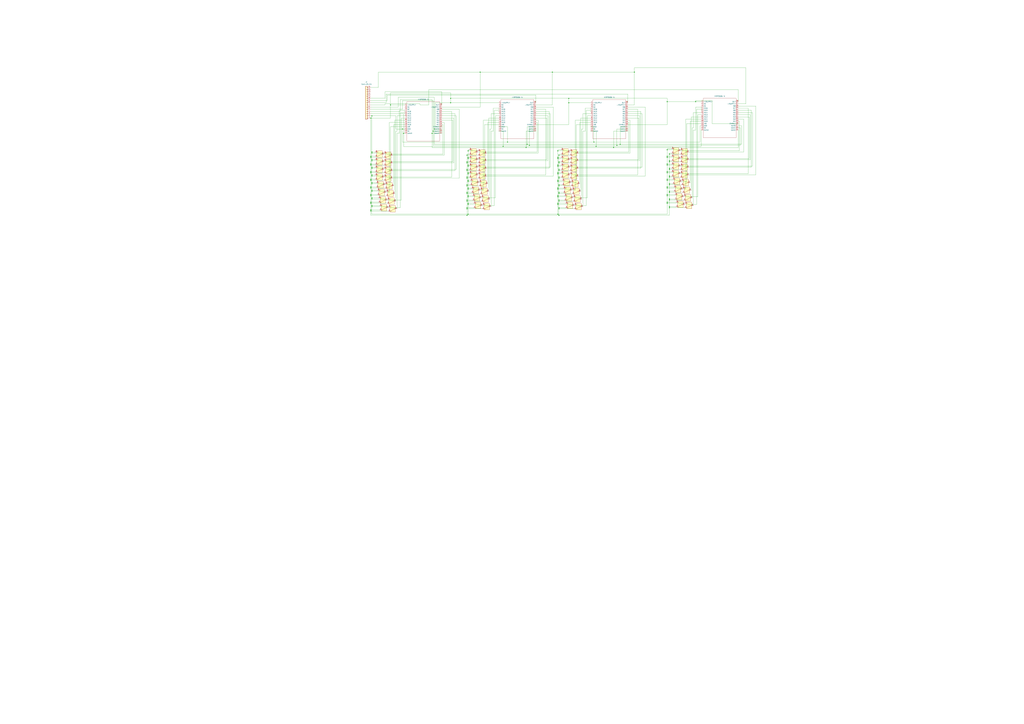
<source format=kicad_sch>
(kicad_sch (version 20250114) (generator "eeschema") (generator_version "9.0")
  (paper "A0")
  (junction (at 431.8 204.47))
  (junction (at 431.8 212.09))
  (junction (at 543.56 227.33))
  (junction (at 430.53 182.88))
  (junction (at 431.8 240.03))
  (junction (at 431.8 203.2))
  (junction (at 431.8 195.58))
  (junction (at 777.24 222.25))
  (junction (at 468.63 154.94))
  (junction (at 542.29 242.57))
  (junction (at 542.29 189.23))
  (junction (at 777.24 232.41))
  (junction (at 543.56 236.22))
  (junction (at 774.7 200.66))
  (junction (at 431.8 185.42))
  (junction (at 543.56 210.82))
  (junction (at 648.97 241.3))
  (junction (at 774.7 234.95))
  (junction (at 774.7 226.06))
  (junction (at 647.7 184.15))
  (junction (at 648.97 196.85))
  (junction (at 542.29 214.63))
  (junction (at 431.8 238.76))
  (junction (at 542.29 250.19))
  (junction (at 647.7 218.44))
  (junction (at 774.7 208.28))
  (junction (at 647.7 191.77))
  (junction (at 453.39 121.92))
  (junction (at 647.7 182.88))
  (junction (at 774.7 191.77))
  (junction (at 777.24 214.63))
  (junction (at 610.87 171.45))
  (junction (at 647.7 200.66))
  (junction (at 777.24 179.07))
  (junction (at 430.53 190.5))
  (junction (at 430.53 209.55))
  (junction (at 648.97 189.23))
  (junction (at 774.7 209.55))
  (junction (at 542.29 180.34))
  (junction (at 648.97 180.34))
  (junction (at 430.53 227.33))
  (junction (at 647.7 201.93))
  (junction (at 647.7 227.33))
  (junction (at 774.7 173.99))
  (junction (at 543.56 200.66))
  (junction (at 774.7 182.88))
  (junction (at 430.53 181.61))
  (junction (at 542.29 233.68))
  (junction (at 777.24 196.85))
  (junction (at 648.97 205.74))
  (junction (at 774.7 218.44))
  (junction (at 430.53 200.66))
  (junction (at 777.24 213.36))
  (junction (at 542.29 198.12))
  (junction (at 430.53 208.28))
  (junction (at 542.29 187.96))
  (junction (at 641.35 83.82))
  (junction (at 430.53 236.22))
  (junction (at 777.24 186.69))
  (junction (at 501.65 154.94))
  (junction (at 430.53 245.11))
  (junction (at 430.53 234.95))
  (junction (at 774.7 118.11))
  (junction (at 648.97 242.57))
  (junction (at 774.7 227.33))
  (junction (at 777.24 223.52))
  (junction (at 542.29 223.52))
  (junction (at 648.97 187.96))
  (junction (at 648.97 215.9))
  (junction (at 542.29 196.85))
  (junction (at 774.7 217.17))
  (junction (at 589.28 165.1))
  (junction (at 430.53 226.06))
  (junction (at 430.53 218.44))
  (junction (at 777.24 240.03))
  (junction (at 431.8 186.69))
  (junction (at 430.53 199.39))
  (junction (at 430.53 137.16))
  (junction (at 777.24 241.3))
  (junction (at 467.36 149.86))
  (junction (at 431.8 231.14))
  (junction (at 660.4 114.3))
  (junction (at 542.29 207.01))
  (junction (at 542.29 241.3))
  (junction (at 431.8 213.36))
  (junction (at 774.7 236.22))
  (junction (at 542.29 224.79))
  (junction (at 431.8 134.62))
  (junction (at 774.7 190.5))
  (junction (at 431.8 194.31))
  (junction (at 543.56 184.15))
  (junction (at 543.56 182.88))
  (junction (at 647.7 175.26))
  (junction (at 647.7 248.92))
  (junction (at 557.53 83.82))
  (junction (at 543.56 209.55))
  (junction (at 647.7 236.22))
  (junction (at 648.97 224.79))
  (junction (at 543.56 191.77))
  (junction (at 777.24 204.47))
  (junction (at 430.53 217.17))
  (junction (at 647.7 209.55))
  (junction (at 647.7 219.71))
  (junction (at 543.56 218.44))
  (junction (at 774.7 181.61))
  (junction (at 543.56 219.71))
  (junction (at 584.2 170.18))
  (junction (at 774.7 199.39))
  (junction (at 807.72 118.11))
  (junction (at 648.97 233.68))
  (junction (at 543.56 248.92))
  (junction (at 543.56 193.04))
  (junction (at 648.97 214.63))
  (junction (at 712.47 171.45))
  (junction (at 647.7 237.49))
  (junction (at 542.29 205.74))
  (junction (at 648.97 207.01))
  (junction (at 648.97 198.12))
  (junction (at 647.7 210.82))
  (junction (at 692.15 170.18))
  (junction (at 431.8 177.8))
  (junction (at 647.7 193.04))
  (junction (at 431.8 222.25))
  (junction (at 648.97 250.19))
  (junction (at 647.7 228.6))
  (junction (at 504.19 149.86))
  (junction (at 431.8 229.87))
  (junction (at 777.24 205.74))
  (junction (at 543.56 228.6))
  (junction (at 430.53 191.77))
  (junction (at 720.09 167.64))
  (junction (at 736.6 83.82))
  (junction (at 543.56 237.49))
  (junction (at 660.4 119.38))
  (junction (at 689.61 165.1))
  (junction (at 543.56 201.93))
  (junction (at 716.28 168.91))
  (junction (at 431.8 220.98))
  (junction (at 431.8 176.53))
  (junction (at 648.97 223.52))
  (junction (at 523.24 119.38))
  (junction (at 612.14 167.64))
  (junction (at 543.56 175.26))
  (junction (at 542.29 215.9))
  (junction (at 614.68 168.91))
  (junction (at 648.97 232.41))
  (junction (at 777.24 187.96))
  (junction (at 777.24 231.14))
  (junction (at 777.24 195.58))
  (junction (at 523.24 114.3))
  (junction (at 502.92 152.4))
  (junction (at 430.53 243.84))
  (junction (at 542.29 232.41))
  (wire (pts (xy 647.7 227.33) (xy 647.7 228.6)))
  (wire (pts (xy 774.7 200.66) (xy 774.7 208.28)))
  (wire (pts (xy 857.25 151.13) (xy 857.25 171.45)))
  (wire (pts (xy 800.1 185.42) (xy 871.22 185.42)))
  (wire (pts (xy 542.29 215.9) (xy 542.29 214.63)))
  (wire (pts (xy 712.47 171.45) (xy 857.25 171.45)))
  (wire (pts (xy 749.3 204.47) (xy 749.3 124.46)))
  (wire (pts (xy 777.24 222.25) (xy 777.24 223.52)))
  (wire (pts (xy 810.26 133.35) (xy 810.26 228.6)))
  (wire (pts (xy 431.8 204.47) (xy 431.8 212.09)))
  (wire (pts (xy 648.97 223.52) (xy 648.97 224.79)))
  (wire (pts (xy 777.24 232.41) (xy 793.75 232.41)))
  (wire (pts (xy 689.61 147.32) (xy 689.61 165.1)))
  (wire (pts (xy 676.91 240.03) (xy 676.91 152.4)))
  (wire (pts (xy 453.39 121.92) (xy 453.39 137.16)))
  (wire (pts (xy 468.63 170.18) (xy 584.2 170.18)))
  (wire (pts (xy 777.24 187.96) (xy 777.24 195.58)))
  (wire (pts (xy 716.28 149.86) (xy 716.28 168.91)))
  (wire (pts (xy 792.48 219.71) (xy 796.29 219.71)))
  (wire (pts (xy 866.14 78.74) (xy 736.6 78.74)))
  (wire (pts (xy 487.68 121.92) (xy 487.68 120.65)))
  (wire (pts (xy 430.53 190.5) (xy 430.53 191.77)))
  (wire (pts (xy 459.74 233.68) (xy 459.74 152.4)))
  (wire (pts (xy 453.39 214.63) (xy 453.39 147.32)))
  (wire (pts (xy 554.99 193.04) (xy 543.56 193.04)))
  (wire (pts (xy 449.58 116.84) (xy 430.53 116.84)))
  (wire (pts (xy 648.97 187.96) (xy 648.97 189.23)))
  (wire (pts (xy 430.53 114.3) (xy 447.04 114.3)))
  (wire (pts (xy 501.65 154.94) (xy 513.08 154.94)))
  (wire (pts (xy 666.75 238.76) (xy 680.72 238.76)))
  (wire (pts (xy 543.56 218.44) (xy 543.56 210.82)))
  (wire (pts (xy 648.97 205.74) (xy 648.97 207.01)))
  (wire (pts (xy 431.8 229.87) (xy 439.42 229.87)))
  (wire (pts (xy 543.56 193.04) (xy 543.56 200.66)))
  (wire (pts (xy 637.54 129.54) (xy 622.3 129.54)))
  (wire (pts (xy 445.77 182.88) (xy 430.53 182.88)))
  (wire (pts (xy 777.24 214.63) (xy 791.21 214.63)))
  (wire (pts (xy 543.56 218.44) (xy 543.56 219.71)))
  (wire (pts (xy 445.77 205.74) (xy 524.51 205.74)))
  (wire (pts (xy 779.78 195.58) (xy 777.24 195.58)))
  (wire (pts (xy 648.97 233.68) (xy 648.97 241.3)))
  (wire (pts (xy 789.94 200.66) (xy 774.7 200.66)))
  (wire (pts (xy 740.41 127) (xy 728.98 127)))
  (wire (pts (xy 872.49 128.27) (xy 857.25 128.27)))
  (wire (pts (xy 445.77 187.96) (xy 525.78 187.96)))
  (wire (pts (xy 660.4 114.3) (xy 774.7 114.3)))
  (wire (pts (xy 430.53 181.61) (xy 435.61 181.61)))
  (wire (pts (xy 504.19 167.64) (xy 612.14 167.64)))
  (wire (pts (xy 529.59 134.62) (xy 513.08 134.62)))
  (wire (pts (xy 777.24 231.14) (xy 777.24 232.41)))
  (wire (pts (xy 803.91 148.59) (xy 805.18 148.59)))
  (wire (pts (xy 431.8 134.62) (xy 459.74 134.62)))
  (wire (pts (xy 543.56 191.77) (xy 544.83 191.77)))
  (wire (pts (xy 568.96 149.86) (xy 570.23 149.86)))
  (wire (pts (xy 651.51 200.66) (xy 647.7 200.66)))
  (wire (pts (xy 533.4 127) (xy 513.08 127)))
  (wire (pts (xy 584.2 152.4) (xy 579.12 152.4)))
  (wire (pts (xy 648.97 232.41) (xy 648.97 233.68)))
  (wire (pts (xy 745.49 132.08) (xy 728.98 132.08)))
  (wire (pts (xy 774.7 199.39) (xy 774.7 191.77)))
  (wire (pts (xy 431.8 238.76) (xy 431.8 240.03)))
  (wire (pts (xy 801.37 140.97) (xy 814.07 140.97)))
  (wire (pts (xy 431.8 194.31) (xy 431.8 195.58)))
  (wire (pts (xy 744.22 195.58) (xy 744.22 129.54)))
  (wire (pts (xy 668.02 220.98) (xy 668.02 139.7)))
  (wire (pts (xy 647.7 237.49) (xy 666.75 237.49)))
  (wire (pts (xy 868.68 201.93) (xy 868.68 125.73)))
  (wire (pts (xy 455.93 207.01) (xy 533.4 207.01)))
  (wire (pts (xy 675.64 149.86) (xy 676.91 149.86)))
  (wire (pts (xy 430.53 127) (xy 467.36 127)))
  (wire (pts (xy 513.08 124.46) (xy 557.53 124.46)))
  (wire (pts (xy 669.29 212.09) (xy 669.29 144.78)))
  (wire (pts (xy 527.05 137.16) (xy 513.08 137.16)))
  (wire (pts (xy 612.14 167.64) (xy 612.14 147.32)))
  (wire (pts (xy 497.84 121.92) (xy 487.68 121.92)))
  (wire (pts (xy 558.8 229.87) (xy 575.31 229.87)))
  (wire (pts (xy 869.95 135.89) (xy 857.25 135.89)))
  (wire (pts (xy 542.29 179.07) (xy 544.83 179.07)))
  (wire (pts (xy 448.31 109.22) (xy 448.31 119.38)))
  (wire (pts (xy 777.24 232.41) (xy 777.24 240.03)))
  (wire (pts (xy 857.25 148.59) (xy 859.79 148.59)))
  (wire (pts (xy 674.37 222.25) (xy 674.37 137.16)))
  (wire (pts (xy 664.21 220.98) (xy 668.02 220.98)))
  (wire (pts (xy 648.97 223.52) (xy 654.05 223.52)))
  (wire (pts (xy 542.29 233.68) (xy 542.29 241.3)))
  (wire (pts (xy 448.31 223.52) (xy 452.12 223.52)))
  (wire (pts (xy 450.85 241.3) (xy 464.82 241.3)))
  (wire (pts (xy 449.58 236.22) (xy 430.53 236.22)))
  (wire (pts (xy 774.7 217.17) (xy 782.32 217.17)))
  (wire (pts (xy 777.24 187.96) (xy 789.94 187.96)))
  (wire (pts (xy 647.7 209.55) (xy 647.7 210.82)))
  (wire (pts (xy 668.02 139.7) (xy 685.8 139.7)))
  (wire (pts (xy 647.7 193.04) (xy 661.67 193.04)))
  (wire (pts (xy 810.26 133.35) (xy 814.07 133.35)))
  (wire (pts (xy 674.37 137.16) (xy 685.8 137.16)))
  (wire (pts (xy 857.25 118.11) (xy 857.25 104.14)))
  (wire (pts (xy 430.53 101.6) (xy 439.42 101.6)))
  (wire (pts (xy 579.12 128.27) (xy 579.12 129.54)))
  (wire (pts (xy 789.94 184.15) (xy 869.95 184.15)))
  (wire (pts (xy 671.83 186.69) (xy 742.95 186.69)))
  (wire (pts (xy 671.83 195.58) (xy 744.22 195.58)))
  (wire (pts (xy 542.29 180.34) (xy 554.99 180.34)))
  (wire (pts (xy 560.07 238.76) (xy 574.04 238.76)))
  (wire (pts (xy 467.36 165.1) (xy 589.28 165.1)))
  (wire (pts (xy 455.93 189.23) (xy 527.05 189.23)))
  (wire (pts (xy 464.82 115.57) (xy 501.65 115.57)))
  (wire (pts (xy 742.95 186.69) (xy 742.95 134.62)))
  (wire (pts (xy 624.84 177.8) (xy 624.84 139.7)))
  (wire (pts (xy 568.96 231.14) (xy 568.96 149.86)))
  (wire (pts (xy 445.77 179.07) (xy 514.35 179.07)))
  (wire (pts (xy 661.67 203.2) (xy 740.41 203.2)))
  (wire (pts (xy 647.7 182.88) (xy 647.7 175.26)))
  (wire (pts (xy 736.6 83.82) (xy 736.6 121.92)))
  (wire (pts (xy 826.77 116.84) (xy 807.72 116.84)))
  (wire (pts (xy 447.04 121.92) (xy 430.53 121.92)))
  (wire (pts (xy 857.25 143.51) (xy 826.77 143.51)))
  (wire (pts (xy 777.24 213.36) (xy 781.05 213.36)))
  (wire (pts (xy 648.97 242.57) (xy 666.75 242.57)))
  (wire (pts (xy 805.18 130.81) (xy 814.07 130.81)))
  (wire (pts (xy 542.29 242.57) (xy 560.07 242.57)))
  (wire (pts (xy 542.29 232.41) (xy 542.29 224.79)))
  (wire (pts (xy 857.25 146.05) (xy 861.06 146.05)))
  (wire (pts (xy 777.24 205.74) (xy 789.94 205.74)))
  (wire (pts (xy 774.7 190.5) (xy 779.78 190.5)))
  (wire (pts (xy 877.57 203.2) (xy 877.57 123.19)))
  (wire (pts (xy 777.24 186.69) (xy 779.78 186.69)))
  (wire (pts (xy 741.68 185.42) (xy 741.68 137.16)))
  (wire (pts (xy 648.97 215.9) (xy 648.97 223.52)))
  (wire (pts (xy 679.45 125.73) (xy 685.8 125.73)))
  (wire (pts (xy 557.53 220.98) (xy 561.34 220.98)))
  (wire (pts (xy 777.24 204.47) (xy 779.78 204.47)))
  (wire (pts (xy 524.51 205.74) (xy 524.51 129.54)))
  (wire (pts (xy 671.83 177.8) (xy 731.52 177.8)))
  (wire (pts (xy 800.1 203.2) (xy 877.57 203.2)))
  (wire (pts (xy 774.7 118.11) (xy 807.72 118.11)))
  (wire (pts (xy 505.46 119.38) (xy 523.24 119.38)))
  (wire (pts (xy 464.82 241.3) (xy 464.82 130.81)))
  (wire (pts (xy 774.7 218.44) (xy 774.7 226.06)))
  (wire (pts (xy 575.31 134.62) (xy 579.12 134.62)))
  (wire (pts (xy 504.19 149.86) (xy 504.19 167.64)))
  (wire (pts (xy 648.97 232.41) (xy 655.32 232.41)))
  (wire (pts (xy 774.7 181.61) (xy 779.78 181.61)))
  (wire (pts (xy 635 137.16) (xy 622.3 137.16)))
  (wire (pts (xy 774.7 199.39) (xy 779.78 199.39)))
  (wire (pts (xy 648.97 242.57) (xy 648.97 250.19)))
  (wire (pts (xy 610.87 152.4) (xy 622.3 152.4)))
  (wire (pts (xy 543.56 209.55) (xy 543.56 201.93)))
  (wire (pts (xy 430.53 227.33) (xy 430.53 234.95)))
  (wire (pts (xy 459.74 149.86) (xy 467.36 149.86)))
  (wire (pts (xy 692.15 152.4) (xy 692.15 170.18)))
  (wire (pts (xy 542.29 242.57) (xy 542.29 241.3)))
  (wire (pts (xy 464.82 129.54) (xy 464.82 115.57)))
  (wire (pts (xy 662.94 212.09) (xy 669.29 212.09)))
  (wire (pts (xy 542.29 224.79) (xy 557.53 224.79)))
  (wire (pts (xy 431.8 240.03) (xy 450.85 240.03)))
  (wire (pts (xy 648.97 215.9) (xy 662.94 215.9)))
  (wire (pts (xy 807.72 151.13) (xy 807.72 124.46)))
  (wire (pts (xy 647.7 219.71) (xy 664.21 219.71)))
  (wire (pts (xy 461.01 242.57) (xy 461.01 154.94)))
  (wire (pts (xy 774.7 144.78) (xy 728.98 144.78)))
  (wire (pts (xy 565.15 204.47) (xy 642.62 204.47)))
  (wire (pts (xy 431.8 212.09) (xy 436.88 212.09)))
  (wire (pts (xy 661.67 180.34) (xy 648.97 180.34)))
  (wire (pts (xy 669.29 144.78) (xy 685.8 144.78)))
  (wire (pts (xy 504.19 113.03) (xy 504.19 149.86)))
  (wire (pts (xy 774.7 217.17) (xy 774.7 209.55)))
  (wire (pts (xy 565.15 186.69) (xy 636.27 186.69)))
  (wire (pts (xy 542.29 205.74) (xy 544.83 205.74)))
  (wire (pts (xy 572.77 152.4) (xy 572.77 125.73)))
  (wire (pts (xy 431.8 186.69) (xy 431.8 194.31)))
  (wire (pts (xy 431.8 231.14) (xy 449.58 231.14)))
  (wire (pts (xy 445.77 191.77) (xy 430.53 191.77)))
  (wire (pts (xy 501.65 171.45) (xy 501.65 154.94)))
  (wire (pts (xy 447.04 218.44) (xy 430.53 218.44)))
  (wire (pts (xy 453.39 147.32) (xy 469.9 147.32)))
  (wire (pts (xy 523.24 114.3) (xy 660.4 114.3)))
  (wire (pts (xy 797.56 143.51) (xy 814.07 143.51)))
  (wire (pts (xy 612.14 167.64) (xy 720.09 167.64)))
  (wire (pts (xy 461.01 154.94) (xy 463.55 154.94)))
  (wire (pts (xy 647.7 218.44) (xy 654.05 218.44)))
  (wire (pts (xy 431.8 185.42) (xy 431.8 186.69)))
  (wire (pts (xy 554.99 203.2) (xy 633.73 203.2)))
  (wire (pts (xy 468.63 154.94) (xy 469.9 154.94)))
  (wire (pts (xy 463.55 128.27) (xy 469.9 128.27)))
  (wire (pts (xy 431.8 176.53) (xy 431.8 177.8)))
  (wire (pts (xy 430.53 137.16) (xy 430.53 181.61)))
  (wire (pts (xy 431.8 176.53) (xy 435.61 176.53)))
  (wire (pts (xy 660.4 119.38) (xy 685.8 119.38)))
  (wire (pts (xy 548.64 227.33) (xy 543.56 227.33)))
  (wire (pts (xy 589.28 165.1) (xy 689.61 165.1)))
  (wire (pts (xy 542.29 196.85) (xy 544.83 196.85)))
  (wire (pts (xy 777.24 204.47) (xy 777.24 205.74)))
  (wire (pts (xy 445.77 209.55) (xy 430.53 209.55)))
  (wire (pts (xy 774.7 199.39) (xy 774.7 200.66)))
  (wire (pts (xy 665.48 228.6) (xy 647.7 228.6)))
  (wire (pts (xy 797.56 210.82) (xy 797.56 143.51)))
  (wire (pts (xy 542.29 187.96) (xy 544.83 187.96)))
  (wire (pts (xy 796.29 138.43) (xy 814.07 138.43)))
  (wire (pts (xy 579.12 147.32) (xy 589.28 147.32)))
  (wire (pts (xy 543.56 201.93) (xy 554.99 201.93)))
  (wire (pts (xy 774.7 226.06) (xy 783.59 226.06)))
  (wire (pts (xy 431.8 222.25) (xy 448.31 222.25)))
  (wire (pts (xy 774.7 236.22) (xy 774.7 234.95)))
  (wire (pts (xy 567.69 222.25) (xy 567.69 137.16)))
  (wire (pts (xy 566.42 213.36) (xy 566.42 142.24)))
  (wire (pts (xy 543.56 173.99) (xy 544.83 173.99)))
  (wire (pts (xy 543.56 228.6) (xy 543.56 236.22)))
  (wire (pts (xy 447.04 120.65) (xy 447.04 121.92)))
  (wire (pts (xy 575.31 229.87) (xy 575.31 134.62)))
  (wire (pts (xy 675.64 231.14) (xy 675.64 149.86)))
  (wire (pts (xy 777.24 223.52) (xy 777.24 231.14)))
  (wire (pts (xy 635 185.42) (xy 635 137.16)))
  (wire (pts (xy 431.8 248.92) (xy 543.56 248.92)))
  (wire (pts (xy 774.7 208.28) (xy 781.05 208.28)))
  (wire (pts (xy 497.84 104.14) (xy 497.84 121.92)))
  (wire (pts (xy 543.56 191.77) (xy 543.56 184.15)))
  (wire (pts (xy 542.29 196.85) (xy 542.29 189.23)))
  (wire (pts (xy 529.59 196.85) (xy 529.59 134.62)))
  (wire (pts (xy 795.02 237.49) (xy 808.99 237.49)))
  (wire (pts (xy 858.52 175.26) (xy 858.52 140.97)))
  (wire (pts (xy 467.36 127) (xy 467.36 116.84)))
  (wire (pts (xy 430.53 234.95) (xy 439.42 234.95)))
  (wire (pts (xy 453.39 137.16) (xy 430.53 137.16)))
  (wire (pts (xy 802.64 135.89) (xy 814.07 135.89)))
  (wire (pts (xy 777.24 240.03) (xy 784.86 240.03)))
  (wire (pts (xy 614.68 149.86) (xy 622.3 149.86)))
  (wire (pts (xy 431.8 177.8) (xy 431.8 185.42)))
  (wire (pts (xy 861.06 146.05) (xy 861.06 167.64)))
  (wire (pts (xy 554.99 175.26) (xy 543.56 175.26)))
  (wire (pts (xy 774.7 114.3) (xy 774.7 118.11)))
  (wire (pts (xy 671.83 204.47) (xy 749.3 204.47)))
  (wire (pts (xy 431.8 185.42) (xy 435.61 185.42)))
  (wire (pts (xy 430.53 209.55) (xy 430.53 217.17)))
  (wire (pts (xy 430.53 129.54) (xy 464.82 129.54)))
  (wire (pts (xy 431.8 203.2) (xy 435.61 203.2)))
  (wire (pts (xy 774.7 191.77) (xy 789.94 191.77)))
  (wire (pts (xy 807.72 118.11) (xy 814.07 118.11)))
  (wire (pts (xy 584.2 170.18) (xy 692.15 170.18)))
  (wire (pts (xy 728.98 109.22) (xy 448.31 109.22)))
  (wire (pts (xy 647.7 175.26) (xy 661.67 175.26)))
  (wire (pts (xy 453.39 107.95) (xy 523.24 107.95)))
  (wire (pts (xy 873.76 130.81) (xy 857.25 130.81)))
  (wire (pts (xy 542.29 215.9) (xy 556.26 215.9)))
  (wire (pts (xy 661.67 198.12) (xy 648.97 198.12)))
  (wire (pts (xy 808.99 127) (xy 814.07 127)))
  (wire (pts (xy 807.72 116.84) (xy 807.72 118.11)))
  (wire (pts (xy 430.53 191.77) (xy 430.53 199.39)))
  (wire (pts (xy 774.7 209.55) (xy 791.21 209.55)))
  (wire (pts (xy 777.24 213.36) (xy 777.24 214.63)))
  (wire (pts (xy 542.29 214.63) (xy 542.29 207.01)))
  (wire (pts (xy 777.24 186.69) (xy 777.24 179.07)))
  (wire (pts (xy 712.47 152.4) (xy 712.47 171.45)))
  (wire (pts (xy 647.7 182.88) (xy 651.51 182.88)))
  (wire (pts (xy 777.24 214.63) (xy 777.24 222.25)))
  (wire (pts (xy 641.35 83.82) (xy 736.6 83.82)))
  (wire (pts (xy 648.97 224.79) (xy 648.97 232.41)))
  (wire (pts (xy 469.9 128.27) (xy 469.9 129.54)))
  (wire (pts (xy 774.7 182.88) (xy 789.94 182.88)))
  (wire (pts (xy 680.72 128.27) (xy 685.8 128.27)))
  (wire (pts (xy 431.8 186.69) (xy 445.77 186.69)))
  (wire (pts (xy 636.27 134.62) (xy 622.3 134.62)))
  (wire (pts (xy 777.24 222.25) (xy 782.32 222.25)))
  (wire (pts (xy 447.04 114.3) (xy 447.04 106.68)))
  (wire (pts (xy 430.53 226.06) (xy 430.53 227.33)))
  (wire (pts (xy 826.77 143.51) (xy 826.77 116.84)))
  (wire (pts (xy 445.77 196.85) (xy 529.59 196.85)))
  (wire (pts (xy 554.99 176.53) (xy 623.57 176.53)))
  (wire (pts (xy 805.18 148.59) (xy 805.18 130.81)))
  (wire (pts (xy 869.95 184.15) (xy 869.95 135.89)))
  (wire (pts (xy 515.62 142.24) (xy 513.08 142.24)))
  (wire (pts (xy 648.97 207.01) (xy 661.67 207.01)))
  (wire (pts (xy 431.8 195.58) (xy 431.8 203.2)))
  (wire (pts (xy 557.53 83.82) (xy 641.35 83.82)))
  (wire (pts (xy 774.7 227.33) (xy 774.7 226.06)))
  (wire (pts (xy 468.63 132.08) (xy 468.63 154.94)))
  (wire (pts (xy 774.7 209.55) (xy 774.7 208.28)))
  (wire (pts (xy 730.25 142.24) (xy 728.98 142.24)))
  (wire (pts (xy 543.56 210.82) (xy 556.26 210.82)))
  (wire (pts (xy 612.14 147.32) (xy 622.3 147.32)))
  (wire (pts (xy 647.7 191.77) (xy 647.7 184.15)))
  (wire (pts (xy 557.53 124.46) (xy 557.53 83.82)))
  (wire (pts (xy 647.7 209.55) (xy 652.78 209.55)))
  (wire (pts (xy 543.56 228.6) (xy 558.8 228.6)))
  (wire (pts (xy 524.51 129.54) (xy 513.08 129.54)))
  (wire (pts (xy 647.7 193.04) (xy 647.7 200.66)))
  (wire (pts (xy 430.53 243.84) (xy 440.69 243.84)))
  (wire (pts (xy 452.12 223.52) (xy 452.12 142.24)))
  (wire (pts (xy 774.7 173.99) (xy 789.94 173.99)))
  (wire (pts (xy 777.24 241.3) (xy 777.24 250.19)))
  (wire (pts (xy 623.57 176.53) (xy 623.57 142.24)))
  (wire (pts (xy 871.22 133.35) (xy 857.25 133.35)))
  (wire (pts (xy 712.47 152.4) (xy 728.98 152.4)))
  (wire (pts (xy 673.1 213.36) (xy 673.1 142.24)))
  (wire (pts (xy 430.53 199.39) (xy 435.61 199.39)))
  (wire (pts (xy 736.6 78.74) (xy 736.6 83.82)))
  (wire (pts (xy 448.31 227.33) (xy 430.53 227.33)))
  (wire (pts (xy 648.97 189.23) (xy 648.97 196.85)))
  (wire (pts (xy 802.64 220.98) (xy 802.64 135.89)))
  (wire (pts (xy 805.18 238.76) (xy 805.18 151.13)))
  (wire (pts (xy 543.56 236.22) (xy 543.56 237.49)))
  (wire (pts (xy 877.57 123.19) (xy 857.25 123.19)))
  (wire (pts (xy 431.8 177.8) (xy 445.77 177.8)))
  (wire (pts (xy 430.53 236.22) (xy 430.53 243.84)))
  (wire (pts (xy 873.76 193.04) (xy 873.76 130.81)))
  (wire (pts (xy 525.78 139.7) (xy 513.08 139.7)))
  (wire (pts (xy 543.56 227.33) (xy 543.56 228.6)))
  (wire (pts (xy 777.24 186.69) (xy 777.24 187.96)))
  (wire (pts (xy 430.53 217.17) (xy 430.53 218.44)))
  (wire (pts (xy 453.39 121.92) (xy 453.39 107.95)))
  (wire (pts (xy 814.07 124.46) (xy 814.07 125.73)))
  (wire (pts (xy 647.7 210.82) (xy 662.94 210.82)))
  (wire (pts (xy 543.56 210.82) (xy 543.56 209.55)))
  (wire (pts (xy 777.24 241.3) (xy 795.02 241.3)))
  (wire (pts (xy 542.29 232.41) (xy 542.29 233.68)))
  (wire (pts (xy 857.25 120.65) (xy 866.14 120.65)))
  (wire (pts (xy 716.28 168.91) (xy 859.79 168.91)))
  (wire (pts (xy 648.97 179.07) (xy 651.51 179.07)))
  (wire (pts (xy 533.4 207.01) (xy 533.4 127)))
  (wire (pts (xy 431.8 212.09) (xy 431.8 213.36)))
  (wire (pts (xy 430.53 243.84) (xy 430.53 245.11)))
  (wire (pts (xy 647.7 218.44) (xy 647.7 219.71)))
  (wire (pts (xy 431.8 229.87) (xy 431.8 231.14)))
  (wire (pts (xy 801.37 212.09) (xy 801.37 140.97)))
  (wire (pts (xy 513.08 106.68) (xy 447.04 106.68)))
  (wire (pts (xy 633.73 203.2) (xy 633.73 127)))
  (wire (pts (xy 610.87 152.4) (xy 610.87 171.45)))
  (wire (pts (xy 431.8 240.03) (xy 431.8 248.92)))
  (wire (pts (xy 774.7 173.99) (xy 774.7 172.72)))
  (wire (pts (xy 448.31 119.38) (xy 430.53 119.38)))
  (wire (pts (xy 777.24 179.07) (xy 777.24 177.8)))
  (wire (pts (xy 638.81 132.08) (xy 622.3 132.08)))
  (wire (pts (xy 648.97 250.19) (xy 777.24 250.19)))
  (wire (pts (xy 648.97 205.74) (xy 651.51 205.74)))
  (wire (pts (xy 647.7 191.77) (xy 651.51 191.77)))
  (wire (pts (xy 648.97 196.85) (xy 648.97 198.12)))
  (wire (pts (xy 730.25 176.53) (xy 730.25 142.24)))
  (wire (pts (xy 527.05 189.23) (xy 527.05 137.16)))
  (wire (pts (xy 800.1 194.31) (xy 872.49 194.31)))
  (wire (pts (xy 731.52 177.8) (xy 731.52 139.7)))
  (wire (pts (xy 463.55 154.94) (xy 463.55 128.27)))
  (wire (pts (xy 449.58 232.41) (xy 466.09 232.41)))
  (wire (pts (xy 430.53 190.5) (xy 435.61 190.5)))
  (wire (pts (xy 774.7 190.5) (xy 774.7 182.88)))
  (wire (pts (xy 774.7 172.72) (xy 779.78 172.72)))
  (wire (pts (xy 430.53 250.19) (xy 542.29 250.19)))
  (wire (pts (xy 774.7 191.77) (xy 774.7 190.5)))
  (wire (pts (xy 542.29 207.01) (xy 554.99 207.01)))
  (wire (pts (xy 543.56 175.26) (xy 543.56 182.88)))
  (wire (pts (xy 661.67 185.42) (xy 741.68 185.42)))
  (wire (pts (xy 542.29 223.52) (xy 542.29 215.9)))
  (wire (pts (xy 430.53 182.88) (xy 430.53 190.5)))
  (wire (pts (xy 574.04 128.27) (xy 579.12 128.27)))
  (wire (pts (xy 561.34 220.98) (xy 561.34 139.7)))
  (wire (pts (xy 505.46 119.38) (xy 505.46 147.32)))
  (wire (pts (xy 445.77 200.66) (xy 430.53 200.66)))
  (wire (pts (xy 542.29 232.41) (xy 548.64 232.41)))
  (wire (pts (xy 647.7 236.22) (xy 656.59 236.22)))
  (wire (pts (xy 749.3 124.46) (xy 728.98 124.46)))
  (wire (pts (xy 431.8 204.47) (xy 445.77 204.47)))
  (wire (pts (xy 673.1 142.24) (xy 685.8 142.24)))
  (wire (pts (xy 777.24 177.8) (xy 779.78 177.8)))
  (wire (pts (xy 660.4 144.78) (xy 660.4 119.38)))
  (wire (pts (xy 648.97 241.3) (xy 648.97 242.57)))
  (wire (pts (xy 647.7 237.49) (xy 647.7 248.92)))
  (wire (pts (xy 648.97 233.68) (xy 665.48 233.68)))
  (wire (pts (xy 647.7 191.77) (xy 647.7 193.04)))
  (wire (pts (xy 648.97 179.07) (xy 648.97 180.34)))
  (wire (pts (xy 789.94 175.26) (xy 858.52 175.26)))
  (wire (pts (xy 871.22 185.42) (xy 871.22 133.35)))
  (wire (pts (xy 647.7 236.22) (xy 647.7 237.49)))
  (wire (pts (xy 542.29 214.63) (xy 546.1 214.63)))
  (wire (pts (xy 624.84 139.7) (xy 622.3 139.7)))
  (wire (pts (xy 542.29 180.34) (xy 542.29 179.07)))
  (wire (pts (xy 803.91 229.87) (xy 803.91 148.59)))
  (wire (pts (xy 542.29 189.23) (xy 542.29 187.96)))
  (wire (pts (xy 447.04 214.63) (xy 453.39 214.63)))
  (wire (pts (xy 452.12 142.24) (xy 469.9 142.24)))
  (wire (pts (xy 431.8 213.36) (xy 447.04 213.36)))
  (wire (pts (xy 742.95 134.62) (xy 728.98 134.62)))
  (wire (pts (xy 814.07 151.13) (xy 814.07 170.18)))
  (wire (pts (xy 792.48 218.44) (xy 774.7 218.44)))
  (wire (pts (xy 431.8 220.98) (xy 438.15 220.98)))
  (wire (pts (xy 439.42 83.82) (xy 557.53 83.82)))
  (wire (pts (xy 777.24 195.58) (xy 777.24 196.85)))
  (wire (pts (xy 774.7 118.11) (xy 774.7 144.78)))
  (wire (pts (xy 431.8 222.25) (xy 431.8 229.87)))
  (wire (pts (xy 542.29 224.79) (xy 542.29 223.52)))
  (wire (pts (xy 812.8 165.1) (xy 689.61 165.1)))
  (wire (pts (xy 857.25 104.14) (xy 497.84 104.14)))
  (wire (pts (xy 745.49 194.31) (xy 745.49 132.08)))
  (wire (pts (xy 647.7 248.92) (xy 774.7 248.92)))
  (wire (pts (xy 610.87 171.45) (xy 501.65 171.45)))
  (wire (pts (xy 528.32 198.12) (xy 528.32 132.08)))
  (wire (pts (xy 648.97 180.34) (xy 648.97 187.96)))
  (wire (pts (xy 807.72 124.46) (xy 814.07 124.46)))
  (wire (pts (xy 647.7 210.82) (xy 647.7 218.44)))
  (wire (pts (xy 647.7 201.93) (xy 661.67 201.93)))
  (wire (pts (xy 431.8 203.2) (xy 431.8 204.47)))
  (wire (pts (xy 558.8 233.68) (xy 542.29 233.68)))
  (wire (pts (xy 523.24 114.3) (xy 523.24 119.38)))
  (wire (pts (xy 543.56 237.49) (xy 560.07 237.49)))
  (wire (pts (xy 637.54 195.58) (xy 637.54 129.54)))
  (wire (pts (xy 774.7 217.17) (xy 774.7 218.44)))
  (wire (pts (xy 468.63 154.94) (xy 468.63 170.18)))
  (wire (pts (xy 449.58 110.49) (xy 449.58 116.84)))
  (wire (pts (xy 431.8 194.31) (xy 435.61 194.31)))
  (wire (pts (xy 647.7 227.33) (xy 655.32 227.33)))
  (wire (pts (xy 430.53 132.08) (xy 468.63 132.08)))
  (wire (pts (xy 461.01 152.4) (xy 461.01 134.62)))
  (wire (pts (xy 774.7 234.95) (xy 774.7 227.33)))
  (wire (pts (xy 647.7 228.6) (xy 647.7 236.22)))
  (wire (pts (xy 789.94 201.93) (xy 868.68 201.93)))
  (wire (pts (xy 814.07 127) (xy 814.07 128.27)))
  (wire (pts (xy 466.09 232.41) (xy 466.09 137.16)))
  (wire (pts (xy 866.14 120.65) (xy 866.14 78.74)))
  (wire (pts (xy 633.73 127) (xy 622.3 127)))
  (wire (pts (xy 457.2 215.9) (xy 457.2 144.78)))
  (wire (pts (xy 736.6 121.92) (xy 728.98 121.92)))
  (wire (pts (xy 469.9 130.81) (xy 469.9 132.08)))
  (wire (pts (xy 614.68 168.91) (xy 614.68 149.86)))
  (wire (pts (xy 543.56 184.15) (xy 554.99 184.15)))
  (wire (pts (xy 543.56 184.15) (xy 543.56 182.88)))
  (wire (pts (xy 542.29 205.74) (xy 542.29 198.12)))
  (wire (pts (xy 720.09 167.64) (xy 861.06 167.64)))
  (wire (pts (xy 562.61 144.78) (xy 579.12 144.78)))
  (wire (pts (xy 514.35 144.78) (xy 513.08 144.78)))
  (wire (pts (xy 565.15 177.8) (xy 624.84 177.8)))
  (wire (pts (xy 661.67 176.53) (xy 730.25 176.53)))
  (wire (pts (xy 543.56 191.77) (xy 543.56 193.04)))
  (wire (pts (xy 685.8 147.32) (xy 689.61 147.32)))
  (wire (pts (xy 570.23 240.03) (xy 570.23 152.4)))
  (wire (pts (xy 791.21 210.82) (xy 797.56 210.82)))
  (wire (pts (xy 648.97 207.01) (xy 648.97 214.63)))
  (wire (pts (xy 430.53 218.44) (xy 430.53 226.06)))
  (wire (pts (xy 648.97 214.63) (xy 652.78 214.63)))
  (wire (pts (xy 622.3 121.92) (xy 641.35 121.92)))
  (wire (pts (xy 501.65 115.57) (xy 501.65 154.94)))
  (wire (pts (xy 431.8 231.14) (xy 431.8 238.76)))
  (wire (pts (xy 579.12 125.73) (xy 579.12 127)))
  (wire (pts (xy 648.97 196.85) (xy 651.51 196.85)))
  (wire (pts (xy 647.7 219.71) (xy 647.7 227.33)))
  (wire (pts (xy 741.68 137.16) (xy 728.98 137.16)))
  (wire (pts (xy 556.26 212.09) (xy 562.61 212.09)))
  (wire (pts (xy 562.61 212.09) (xy 562.61 144.78)))
  (wire (pts (xy 681.99 229.87) (xy 681.99 134.62)))
  (wire (pts (xy 808.99 237.49) (xy 808.99 127)))
  (wire (pts (xy 554.99 185.42) (xy 635 185.42)))
  (wire (pts (xy 450.85 245.11) (xy 430.53 245.11)))
  (wire (pts (xy 681.99 134.62) (xy 685.8 134.62)))
  (wire (pts (xy 777.24 196.85) (xy 777.24 204.47)))
  (wire (pts (xy 462.28 113.03) (xy 504.19 113.03)))
  (wire (pts (xy 487.68 120.65) (xy 447.04 120.65)))
  (wire (pts (xy 648.97 241.3) (xy 656.59 241.3)))
  (wire (pts (xy 543.56 182.88) (xy 544.83 182.88)))
  (wire (pts (xy 542.29 187.96) (xy 542.29 180.34)))
  (wire (pts (xy 777.24 196.85) (xy 789.94 196.85)))
  (wire (pts (xy 513.08 121.92) (xy 513.08 106.68)))
  (wire (pts (xy 543.56 173.99) (xy 543.56 175.26)))
  (wire (pts (xy 462.28 124.46) (xy 462.28 113.03)))
  (wire (pts (xy 430.53 208.28) (xy 430.53 209.55)))
  (wire (pts (xy 647.7 184.15) (xy 647.7 182.88)))
  (wire (pts (xy 647.7 184.15) (xy 661.67 184.15)))
  (wire (pts (xy 648.97 214.63) (xy 648.97 215.9)))
  (wire (pts (xy 525.78 187.96) (xy 525.78 139.7)))
  (wire (pts (xy 777.24 179.07) (xy 789.94 179.07)))
  (wire (pts (xy 523.24 119.38) (xy 579.12 119.38)))
  (wire (pts (xy 515.62 180.34) (xy 515.62 142.24)))
  (wire (pts (xy 570.23 149.86) (xy 570.23 132.08)))
  (wire (pts (xy 740.41 203.2) (xy 740.41 127)))
  (wire (pts (xy 774.7 182.88) (xy 774.7 181.61)))
  (wire (pts (xy 857.25 138.43) (xy 863.6 138.43)))
  (wire (pts (xy 523.24 107.95) (xy 523.24 114.3)))
  (wire (pts (xy 648.97 187.96) (xy 651.51 187.96)))
  (wire (pts (xy 431.8 134.62) (xy 431.8 176.53)))
  (wire (pts (xy 565.15 195.58) (xy 637.54 195.58)))
  (wire (pts (xy 676.91 149.86) (xy 676.91 132.08)))
  (wire (pts (xy 514.35 179.07) (xy 514.35 144.78)))
  (wire (pts (xy 430.53 181.61) (xy 430.53 182.88)))
  (wire (pts (xy 692.15 170.18) (xy 814.07 170.18)))
  (wire (pts (xy 863.6 176.53) (xy 863.6 138.43)))
  (wire (pts (xy 642.62 124.46) (xy 622.3 124.46)))
  (wire (pts (xy 805.18 151.13) (xy 807.72 151.13)))
  (wire (pts (xy 430.53 124.46) (xy 462.28 124.46)))
  (wire (pts (xy 469.9 121.92) (xy 453.39 121.92)))
  (wire (pts (xy 692.15 152.4) (xy 685.8 152.4)))
  (wire (pts (xy 542.29 198.12) (xy 554.99 198.12)))
  (wire (pts (xy 774.7 248.92) (xy 774.7 236.22)))
  (wire (pts (xy 812.8 146.05) (xy 812.8 165.1)))
  (wire (pts (xy 459.74 152.4) (xy 461.01 152.4)))
  (wire (pts (xy 636.27 186.69) (xy 636.27 134.62)))
  (wire (pts (xy 622.3 144.78) (xy 660.4 144.78)))
  (wire (pts (xy 648.97 198.12) (xy 648.97 205.74)))
  (wire (pts (xy 574.04 238.76) (xy 574.04 128.27)))
  (wire (pts (xy 431.8 195.58) (xy 445.77 195.58)))
  (wire (pts (xy 728.98 147.32) (xy 720.09 147.32)))
  (wire (pts (xy 543.56 219.71) (xy 557.53 219.71)))
  (wire (pts (xy 610.87 171.45) (xy 712.47 171.45)))
  (wire (pts (xy 430.53 199.39) (xy 430.53 200.66)))
  (wire (pts (xy 647.7 200.66) (xy 647.7 201.93)))
  (wire (pts (xy 872.49 194.31) (xy 872.49 128.27)))
  (wire (pts (xy 679.45 152.4) (xy 679.45 125.73)))
  (wire (pts (xy 543.56 248.92) (xy 647.7 248.92)))
  (wire (pts (xy 543.56 218.44) (xy 547.37 218.44)))
  (wire (pts (xy 542.29 250.19) (xy 542.29 242.57)))
  (wire (pts (xy 572.77 125.73) (xy 579.12 125.73)))
  (wire (pts (xy 676.91 152.4) (xy 679.45 152.4)))
  (wire (pts (xy 680.72 238.76) (xy 680.72 128.27)))
  (wire (pts (xy 774.7 236.22) (xy 795.02 236.22)))
  (wire (pts (xy 542.29 207.01) (xy 542.29 205.74)))
  (wire (pts (xy 430.53 200.66) (xy 430.53 208.28)))
  (wire (pts (xy 528.32 132.08) (xy 513.08 132.08)))
  (wire (pts (xy 660.4 119.38) (xy 660.4 114.3)))
  (wire (pts (xy 777.24 231.14) (xy 783.59 231.14)))
  (wire (pts (xy 455.93 180.34) (xy 515.62 180.34)))
  (wire (pts (xy 430.53 208.28) (xy 435.61 208.28)))
  (wire (pts (xy 622.3 119.38) (xy 622.3 110.49)))
  (wire (pts (xy 777.24 240.03) (xy 777.24 241.3)))
  (wire (pts (xy 504.19 149.86) (xy 513.08 149.86)))
  (wire (pts (xy 584.2 170.18) (xy 584.2 152.4)))
  (wire (pts (xy 430.53 234.95) (xy 430.53 236.22)))
  (wire (pts (xy 685.8 125.73) (xy 685.8 127)))
  (wire (pts (xy 858.52 140.97) (xy 857.25 140.97)))
  (wire (pts (xy 502.92 168.91) (xy 614.68 168.91)))
  (wire (pts (xy 641.35 121.92) (xy 641.35 83.82)))
  (wire (pts (xy 614.68 168.91) (xy 716.28 168.91)))
  (wire (pts (xy 430.53 226.06) (xy 438.15 226.06)))
  (wire (pts (xy 543.56 209.55) (xy 546.1 209.55)))
  (wire (pts (xy 777.24 205.74) (xy 777.24 213.36)))
  (wire (pts (xy 789.94 193.04) (xy 873.76 193.04)))
  (wire (pts (xy 431.8 220.98) (xy 431.8 222.25)))
  (wire (pts (xy 642.62 204.47) (xy 642.62 124.46)))
  (wire (pts (xy 647.7 201.93) (xy 647.7 209.55)))
  (wire (pts (xy 542.29 241.3) (xy 549.91 241.3)))
  (wire (pts (xy 542.29 198.12) (xy 542.29 196.85)))
  (wire (pts (xy 774.7 181.61) (xy 774.7 173.99)))
  (wire (pts (xy 720.09 147.32) (xy 720.09 167.64)))
  (wire (pts (xy 728.98 149.86) (xy 716.28 149.86)))
  (wire (pts (xy 665.48 229.87) (xy 681.99 229.87)))
  (wire (pts (xy 638.81 194.31) (xy 638.81 132.08)))
  (wire (pts (xy 542.29 250.19) (xy 648.97 250.19)))
  (wire (pts (xy 567.69 137.16) (xy 579.12 137.16)))
  (wire (pts (xy 800.1 176.53) (xy 863.6 176.53)))
  (wire (pts (xy 648.97 189.23) (xy 661.67 189.23)))
  (wire (pts (xy 458.47 139.7) (xy 469.9 139.7)))
  (wire (pts (xy 543.56 200.66) (xy 544.83 200.66)))
  (wire (pts (xy 744.22 129.54) (xy 728.98 129.54)))
  (wire (pts (xy 793.75 228.6) (xy 810.26 228.6)))
  (wire (pts (xy 431.8 238.76) (xy 440.69 238.76)))
  (wire (pts (xy 466.09 137.16) (xy 469.9 137.16)))
  (wire (pts (xy 455.93 198.12) (xy 528.32 198.12)))
  (wire (pts (xy 431.8 213.36) (xy 431.8 220.98)))
  (wire (pts (xy 467.36 149.86) (xy 469.9 149.86)))
  (wire (pts (xy 664.21 224.79) (xy 648.97 224.79)))
  (wire (pts (xy 589.28 147.32) (xy 589.28 165.1)))
  (wire (pts (xy 439.42 101.6) (xy 439.42 83.82)))
  (wire (pts (xy 859.79 148.59) (xy 859.79 168.91)))
  (wire (pts (xy 647.7 173.99) (xy 651.51 173.99)))
  (wire (pts (xy 543.56 237.49) (xy 543.56 248.92)))
  (wire (pts (xy 566.42 142.24) (xy 579.12 142.24)))
  (wire (pts (xy 561.34 139.7) (xy 579.12 139.7)))
  (wire (pts (xy 461.01 134.62) (xy 469.9 134.62)))
  (wire (pts (xy 570.23 132.08) (xy 579.12 132.08)))
  (wire (pts (xy 814.07 146.05) (xy 812.8 146.05)))
  (wire (pts (xy 430.53 245.11) (xy 430.53 250.19)))
  (wire (pts (xy 502.92 152.4) (xy 513.08 152.4)))
  (wire (pts (xy 543.56 219.71) (xy 543.56 227.33)))
  (wire (pts (xy 542.29 189.23) (xy 554.99 189.23)))
  (wire (pts (xy 774.7 234.95) (xy 784.86 234.95)))
  (wire (pts (xy 543.56 201.93) (xy 543.56 200.66)))
  (wire (pts (xy 570.23 152.4) (xy 572.77 152.4)))
  (wire (pts (xy 502.92 116.84) (xy 502.92 152.4)))
  (wire (pts (xy 777.24 223.52) (xy 792.48 223.52)))
  (wire (pts (xy 467.36 165.1) (xy 467.36 149.86)))
  (wire (pts (xy 623.57 142.24) (xy 622.3 142.24)))
  (wire (pts (xy 505.46 147.32) (xy 513.08 147.32)))
  (wire (pts (xy 542.29 223.52) (xy 547.37 223.52)))
  (wire (pts (xy 728.98 119.38) (xy 728.98 109.22)))
  (wire (pts (xy 467.36 116.84) (xy 502.92 116.84)))
  (wire (pts (xy 622.3 110.49) (xy 449.58 110.49)))
  (wire (pts (xy 502.92 152.4) (xy 502.92 168.91)))
  (wire (pts (xy 661.67 194.31) (xy 745.49 194.31)))
  (wire (pts (xy 685.8 128.27) (xy 685.8 129.54)))
  (wire (pts (xy 796.29 219.71) (xy 796.29 138.43)))
  (wire (pts (xy 459.74 134.62) (xy 459.74 149.86)))
  (wire (pts (xy 457.2 144.78) (xy 469.9 144.78)))
  (wire (pts (xy 543.56 236.22) (xy 549.91 236.22)))
  (wire (pts (xy 458.47 224.79) (xy 458.47 139.7)))
  (wire (pts (xy 554.99 194.31) (xy 638.81 194.31)))
  (wire (pts (xy 647.7 175.26) (xy 647.7 173.99)))
  (wire (pts (xy 868.68 125.73) (xy 857.25 125.73)))
  (wire (pts (xy 430.53 217.17) (xy 436.88 217.17)))
  (wire (pts (xy 774.7 227.33) (xy 793.75 227.33)))
  (wire (pts (xy 430.53 134.62) (xy 431.8 134.62)))
  (wire (pts (xy 464.82 130.81) (xy 469.9 130.81)))
  (wire (pts (xy 731.52 139.7) (xy 728.98 139.7)))
  (wire (pts (xy 676.91 132.08) (xy 685.8 132.08)))
  (symbol (lib_name "SW_SPDT_2") (lib_id "Switch:SW_SPDT") (at 441.96 214.63 180) (unit 1)
    (property "Reference" "v_dg0_a8" (effects (hide yes)))
    (property "Value" "SW_SPDT" (effects (hide yes)))
    (property "Footprint" "SPDT:SW-TH_100SP1T1B1M2QEH" (effects (hide yes)))
    (property "Description" "Switch, single pole double throw" (effects (hide yes)))
  )
  (symbol (lib_name "SW_SPDT_2") (lib_id "Switch:SW_SPDT") (at 789.94 237.49 180) (unit 1)
    (property "Reference" "v_dg0_a55" (effects (hide yes)))
    (property "Value" "SW_SPDT" (effects (hide yes)))
    (property "Footprint" "SPDT:SW-TH_100SP1T1B1M2QEH" (effects (hide yes)))
    (property "Description" "Switch, single pole double throw" (effects (hide yes)))
  )
  (symbol (lib_name "SW_SPDT_2") (lib_id "Switch:SW_SPDT") (at 452.12 215.9 180) (unit 1)
    (property "Reference" "v_dg0_a12" (effects (hide yes)))
    (property "Value" "SW_SPDT" (effects (hide yes)))
    (property "Footprint" "SPDT:SW-TH_100SP1T1B1M2QEH" (effects (hide yes)))
    (property "Description" "Switch, single pole double throw" (effects (hide yes)))
  )
  (symbol (lib_name "SW_SPDT_2") (lib_id "Switch:SW_SPDT") (at 661.67 238.76 180) (unit 1)
    (property "Reference" "v_dg0_a39" (effects (hide yes)))
    (property "Value" "SW_SPDT" (effects (hide yes)))
    (property "Footprint" "SPDT:SW-TH_100SP1T1B1M2QEH" (effects (hide yes)))
    (property "Description" "Switch, single pole double throw" (effects (hide yes)))
  )
  (symbol (lib_name "SW_SPDT_2") (lib_id "Switch:SW_SPDT") (at 788.67 228.6 180) (unit 1)
    (property "Reference" "v_dg0_a54" (effects (hide yes)))
    (property "Value" "SW_SPDT" (effects (hide yes)))
    (property "Footprint" "SPDT:SW-TH_100SP1T1B1M2QEH" (effects (hide yes)))
    (property "Description" "Switch, single pole double throw" (effects (hide yes)))
  )
  (symbol (lib_name "SW_SPDT_2") (lib_id "Switch:SW_SPDT") (at 440.69 187.96 180) (unit 1)
    (property "Reference" "v_dg0_a2" (effects (hide yes)))
    (property "Value" "SW_SPDT" (effects (hide yes)))
    (property "Footprint" "SPDT:SW-TH_100SP1T1B1M2QEH" (effects (hide yes)))
    (property "Description" "Switch, single pole double throw" (effects (hide yes)))
  )
  (symbol (lib_name "SW_SPDT_2") (lib_id "Switch:SW_SPDT") (at 660.4 229.87 180) (unit 1)
    (property "Reference" "v_dg0_a38" (effects (hide yes)))
    (property "Value" "SW_SPDT" (effects (hide yes)))
    (property "Footprint" "SPDT:SW-TH_100SP1T1B1M2QEH" (effects (hide yes)))
    (property "Description" "Switch, single pole double throw" (effects (hide yes)))
  )
  (symbol (lib_name "SW_SPDT_2") (lib_id "Switch:SW_SPDT") (at 450.85 198.12 180) (unit 1)
    (property "Reference" "v_dg0_a6" (effects (hide yes)))
    (property "Value" "SW_SPDT" (effects (hide yes)))
    (property "Footprint" "SPDT:SW-TH_100SP1T1B1M2QEH" (effects (hide yes)))
    (property "Description" "Switch, single pole double throw" (effects (hide yes)))
  )
  (symbol (lib_name "SW_SPDT_2") (lib_id "Switch:SW_SPDT") (at 666.75 204.47 180) (unit 1)
    (property "Reference" "v_dg0_a43" (effects (hide yes)))
    (property "Value" "SW_SPDT" (effects (hide yes)))
    (property "Footprint" "SPDT:SW-TH_100SP1T1B1M2QEH" (effects (hide yes)))
    (property "Description" "Switch, single pole double throw" (effects (hide yes)))
  )
  (symbol (lib_name "SW_SPDT_2") (lib_id "Switch:SW_SPDT") (at 666.75 177.8 180) (unit 1)
    (property "Reference" "v_dg0_a40" (effects (hide yes)))
    (property "Value" "SW_SPDT" (effects (hide yes)))
    (property "Footprint" "SPDT:SW-TH_100SP1T1B1M2QEH" (effects (hide yes)))
    (property "Description" "Switch, single pole double throw" (effects (hide yes)))
  )
  (symbol (lib_name "SW_SPDT_2") (lib_id "Switch:SW_SPDT") (at 445.77 241.3 180) (unit 1)
    (property "Reference" "v_dg0_a11" (effects (hide yes)))
    (property "Value" "SW_SPDT" (effects (hide yes)))
    (property "Footprint" "SPDT:SW-TH_100SP1T1B1M2QEH" (effects (hide yes)))
    (property "Description" "Switch, single pole double throw" (effects (hide yes)))
  )
  (symbol (lib_name "SW_SPDT_2") (lib_id "Switch:SW_SPDT") (at 795.02 203.2 180) (unit 1)
    (property "Reference" "v_dg0_a59" (effects (hide yes)))
    (property "Value" "SW_SPDT" (effects (hide yes)))
    (property "Footprint" "SPDT:SW-TH_100SP1T1B1M2QEH" (effects (hide yes)))
    (property "Description" "Switch, single pole double throw" (effects (hide yes)))
  )
  (symbol (lib_name "SW_SPDT_2") (lib_id "Switch:SW_SPDT") (at 560.07 204.47 180) (unit 1)
    (property "Reference" "v_dg0_a27" (effects (hide yes)))
    (property "Value" "SW_SPDT" (effects (hide yes)))
    (property "Footprint" "SPDT:SW-TH_100SP1T1B1M2QEH" (effects (hide yes)))
    (property "Description" "Switch, single pole double throw" (effects (hide yes)))
  )
  (symbol (lib_name "SW_SPDT_2") (lib_id "Switch:SW_SPDT") (at 450.85 189.23 180) (unit 1)
    (property "Reference" "v_dg0_a3" (effects (hide yes)))
    (property "Value" "SW_SPDT" (effects (hide yes)))
    (property "Footprint" "SPDT:SW-TH_100SP1T1B1M2QEH" (effects (hide yes)))
    (property "Description" "Switch, single pole double throw" (effects (hide yes)))
  )
  (symbol (lib_name "SW_SPDT_2") (lib_id "Switch:SW_SPDT") (at 656.59 176.53 180) (unit 1)
    (property "Reference" "v_dg0_a32" (effects (hide yes)))
    (property "Value" "SW_SPDT" (effects (hide yes)))
    (property "Footprint" "SPDT:SW-TH_100SP1T1B1M2QEH" (effects (hide yes)))
    (property "Description" "Switch, single pole double throw" (effects (hide yes)))
  )
  (symbol (lib_name "SW_SPDT_2") (lib_id "Switch:SW_SPDT") (at 440.69 179.07 180) (unit 1)
    (property "Reference" "v_dg0_a0" (effects (hide yes)))
    (property "Value" "SW_SPDT" (effects (hide yes)))
    (property "Footprint" "SPDT:SW-TH_100SP1T1B1M2QEH" (effects (hide yes)))
    (property "Description" "Switch, single pole double throw" (effects (hide yes)))
  )
  (symbol (lib_id "16Multiplex:16cMUX") (at 491.49 140.97 0) (unit 1)
    (property "Reference" "U3" (effects (hide yes)))
    (property "Value" "HI9P0506-5" (at 491.49 115.57 0))
    (property "Footprint" "16bitReg:SOIC-28_L17.9-W7.5-P1.27-LS10.3-BL" (effects (hide yes)))
  )
  (symbol (lib_name "SW_SPDT_2") (lib_id "Switch:SW_SPDT") (at 560.07 195.58 180) (unit 1)
    (property "Reference" "v_dg0_a26" (effects (hide yes)))
    (property "Value" "SW_SPDT" (effects (hide yes)))
    (property "Footprint" "SPDT:SW-TH_100SP1T1B1M2QEH" (effects (hide yes)))
    (property "Description" "Switch, single pole double throw" (effects (hide yes)))
  )
  (symbol (lib_name "SW_SPDT_2") (lib_id "Switch:SW_SPDT") (at 786.13 210.82 180) (unit 1)
    (property "Reference" "v_dg0_a52" (effects (hide yes)))
    (property "Value" "SW_SPDT" (effects (hide yes)))
    (property "Footprint" "SPDT:SW-TH_100SP1T1B1M2QEH" (effects (hide yes)))
    (property "Description" "Switch, single pole double throw" (effects (hide yes)))
  )
  (symbol (lib_id "16Multiplex:16cMUX") (at 835.66 137.16 0) (unit 1)
    (property "Reference" "U6" (effects (hide yes)))
    (property "Value" "HI9P0506-5" (at 835.66 111.76 0))
    (property "Footprint" "16bitReg:SOIC-28_L17.9-W7.5-P1.27-LS10.3-BL" (effects (hide yes)))
  )
  (symbol (lib_name "SW_SPDT_2") (lib_id "Switch:SW_SPDT") (at 560.07 177.8 180) (unit 1)
    (property "Reference" "v_dg0_a24" (effects (hide yes)))
    (property "Value" "SW_SPDT" (effects (hide yes)))
    (property "Footprint" "SPDT:SW-TH_100SP1T1B1M2QEH" (effects (hide yes)))
    (property "Description" "Switch, single pole double throw" (effects (hide yes)))
  )
  (symbol (lib_name "SW_SPDT_2") (lib_id "Switch:SW_SPDT") (at 443.23 223.52 180) (unit 1)
    (property "Reference" "v_dg0_a9" (effects (hide yes)))
    (property "Value" "SW_SPDT" (effects (hide yes)))
    (property "Footprint" "SPDT:SW-TH_100SP1T1B1M2QEH" (effects (hide yes)))
    (property "Description" "Switch, single pole double throw" (effects (hide yes)))
  )
  (symbol (lib_name "SW_SPDT_2") (lib_id "Switch:SW_SPDT") (at 659.13 220.98 180) (unit 1)
    (property "Reference" "v_dg0_a37" (effects (hide yes)))
    (property "Value" "SW_SPDT" (effects (hide yes)))
    (property "Footprint" "SPDT:SW-TH_100SP1T1B1M2QEH" (effects (hide yes)))
    (property "Description" "Switch, single pole double throw" (effects (hide yes)))
  )
  (symbol (lib_name "SW_SPDT_2") (lib_id "Switch:SW_SPDT") (at 671.83 240.03 180) (unit 1)
    (property "Reference" "v_dg0_a47" (effects (hide yes)))
    (property "Value" "SW_SPDT" (effects (hide yes)))
    (property "Footprint" "SPDT:SW-TH_100SP1T1B1M2QEH" (effects (hide yes)))
    (property "Description" "Switch, single pole double throw" (effects (hide yes)))
  )
  (symbol (lib_name "SW_SPDT_2") (lib_id "Switch:SW_SPDT") (at 787.4 219.71 180) (unit 1)
    (property "Reference" "v_dg0_a53" (effects (hide yes)))
    (property "Value" "SW_SPDT" (effects (hide yes)))
    (property "Footprint" "SPDT:SW-TH_100SP1T1B1M2QEH" (effects (hide yes)))
    (property "Description" "Switch, single pole double throw" (effects (hide yes)))
  )
  (symbol (lib_name "SW_SPDT_2") (lib_id "Switch:SW_SPDT") (at 668.02 213.36 180) (unit 1)
    (property "Reference" "v_dg0_a44" (effects (hide yes)))
    (property "Value" "SW_SPDT" (effects (hide yes)))
    (property "Footprint" "SPDT:SW-TH_100SP1T1B1M2QEH" (effects (hide yes)))
    (property "Description" "Switch, single pole double throw" (effects (hide yes)))
  )
  (symbol (lib_name "SW_SPDT_2") (lib_id "Switch:SW_SPDT") (at 440.69 196.85 180) (unit 1)
    (property "Reference" "v_dg0_a4" (effects (hide yes)))
    (property "Value" "SW_SPDT" (effects (hide yes)))
    (property "Footprint" "SPDT:SW-TH_100SP1T1B1M2QEH" (effects (hide yes)))
    (property "Description" "Switch, single pole double throw" (effects (hide yes)))
  )
  (symbol (lib_name "SW_SPDT_2") (lib_id "Switch:SW_SPDT") (at 549.91 203.2 180) (unit 1)
    (property "Reference" "v_dg0_a19" (effects (hide yes)))
    (property "Value" "SW_SPDT" (effects (hide yes)))
    (property "Footprint" "SPDT:SW-TH_100SP1T1B1M2QEH" (effects (hide yes)))
    (property "Description" "Switch, single pole double throw" (effects (hide yes)))
  )
  (symbol (lib_name "SW_SPDT_2") (lib_id "Switch:SW_SPDT") (at 784.86 184.15 180) (unit 1)
    (property "Reference" "v_dg0_a49" (effects (hide yes)))
    (property "Value" "SW_SPDT" (effects (hide yes)))
    (property "Footprint" "SPDT:SW-TH_100SP1T1B1M2QEH" (effects (hide yes)))
    (property "Description" "Switch, single pole double throw" (effects (hide yes)))
  )
  (symbol (lib_name "SW_SPDT_2") (lib_id "Switch:SW_SPDT") (at 666.75 186.69 180) (unit 1)
    (property "Reference" "v_dg0_a41" (effects (hide yes)))
    (property "Value" "SW_SPDT" (effects (hide yes)))
    (property "Footprint" "SPDT:SW-TH_100SP1T1B1M2QEH" (effects (hide yes)))
    (property "Description" "Switch, single pole double throw" (effects (hide yes)))
  )
  (symbol (lib_name "SW_SPDT_2") (lib_id "Switch:SW_SPDT") (at 784.86 175.26 180) (unit 1)
    (property "Reference" "v_dg0_a48" (effects (hide yes)))
    (property "Value" "SW_SPDT" (effects (hide yes)))
    (property "Footprint" "SPDT:SW-TH_100SP1T1B1M2QEH" (effects (hide yes)))
    (property "Description" "Switch, single pole double throw" (effects (hide yes)))
  )
  (symbol (lib_name "SW_SPDT_2") (lib_id "Switch:SW_SPDT") (at 797.56 220.98 180) (unit 1)
    (property "Reference" "v_dg0_a61" (effects (hide yes)))
    (property "Value" "SW_SPDT" (effects (hide yes)))
    (property "Footprint" "SPDT:SW-TH_100SP1T1B1M2QEH" (effects (hide yes)))
    (property "Description" "Switch, single pole double throw" (effects (hide yes)))
  )
  (symbol (lib_name "SW_SPDT_2") (lib_id "Switch:SW_SPDT") (at 562.61 222.25 180) (unit 1)
    (property "Reference" "v_dg0_a29" (effects (hide yes)))
    (property "Value" "SW_SPDT" (effects (hide yes)))
    (property "Footprint" "SPDT:SW-TH_100SP1T1B1M2QEH" (effects (hide yes)))
    (property "Description" "Switch, single pole double throw" (effects (hide yes)))
  )
  (symbol (lib_name "SW_SPDT_2") (lib_id "Switch:SW_SPDT") (at 440.69 205.74 180) (unit 1)
    (property "Reference" "v_dg0_a5" (effects (hide yes)))
    (property "Value" "SW_SPDT" (effects (hide yes)))
    (property "Footprint" "SPDT:SW-TH_100SP1T1B1M2QEH" (effects (hide yes)))
    (property "Description" "Switch, single pole double throw" (effects (hide yes)))
  )
  (symbol (lib_name "SW_SPDT_2") (lib_id "Switch:SW_SPDT") (at 656.59 194.31 180) (unit 1)
    (property "Reference" "v_dg0_a34" (effects (hide yes)))
    (property "Value" "SW_SPDT" (effects (hide yes)))
    (property "Footprint" "SPDT:SW-TH_100SP1T1B1M2QEH" (effects (hide yes)))
    (property "Description" "Switch, single pole double throw" (effects (hide yes)))
  )
  (symbol (lib_id "16Multiplex:16cMUX") (at 707.39 138.43 0) (unit 1)
    (property "Reference" "U5" (effects (hide yes)))
    (property "Value" "HI9P0506-5" (at 707.39 113.03 0))
    (property "Footprint" "16bitReg:SOIC-28_L17.9-W7.5-P1.27-LS10.3-BL" (effects (hide yes)))
  )
  (symbol (lib_name "SW_SPDT_2") (lib_id "Switch:SW_SPDT") (at 563.88 231.14 180) (unit 1)
    (property "Reference" "v_dg0_a30" (effects (hide yes)))
    (property "Value" "SW_SPDT" (effects (hide yes)))
    (property "Footprint" "SPDT:SW-TH_100SP1T1B1M2QEH" (effects (hide yes)))
    (property "Description" "Switch, single pole double throw" (effects (hide yes)))
  )
  (symbol (lib_name "SW_SPDT_2") (lib_id "Switch:SW_SPDT") (at 549.91 185.42 180) (unit 1)
    (property "Reference" "v_dg0_a17" (effects (hide yes)))
    (property "Value" "SW_SPDT" (effects (hide yes)))
    (property "Footprint" "SPDT:SW-TH_100SP1T1B1M2QEH" (effects (hide yes)))
    (property "Description" "Switch, single pole double throw" (effects (hide yes)))
  )
  (symbol (lib_name "SW_SPDT_2") (lib_id "Switch:SW_SPDT") (at 450.85 207.01 180) (unit 1)
    (property "Reference" "v_dg0_a7" (effects (hide yes)))
    (property "Value" "SW_SPDT" (effects (hide yes)))
    (property "Footprint" "SPDT:SW-TH_100SP1T1B1M2QEH" (effects (hide yes)))
    (property "Description" "Switch, single pole double throw" (effects (hide yes)))
  )
  (symbol (lib_name "SW_SPDT_2") (lib_id "Switch:SW_SPDT") (at 565.15 240.03 180) (unit 1)
    (property "Reference" "v_dg0_a31" (effects (hide yes)))
    (property "Value" "SW_SPDT" (effects (hide yes)))
    (property "Footprint" "SPDT:SW-TH_100SP1T1B1M2QEH" (effects (hide yes)))
    (property "Description" "Switch, single pole double throw" (effects (hide yes)))
  )
  (symbol (lib_name "SW_SPDT_2") (lib_id "Switch:SW_SPDT") (at 670.56 231.14 180) (unit 1)
    (property "Reference" "v_dg0_a46" (effects (hide yes)))
    (property "Value" "SW_SPDT" (effects (hide yes)))
    (property "Footprint" "SPDT:SW-TH_100SP1T1B1M2QEH" (effects (hide yes)))
    (property "Description" "Switch, single pole double throw" (effects (hide yes)))
  )
  (symbol (lib_name "SW_SPDT_2") (lib_id "Switch:SW_SPDT") (at 560.07 186.69 180) (unit 1)
    (property "Reference" "v_dg0_a25" (effects (hide yes)))
    (property "Value" "SW_SPDT" (effects (hide yes)))
    (property "Footprint" "SPDT:SW-TH_100SP1T1B1M2QEH" (effects (hide yes)))
    (property "Description" "Switch, single pole double throw" (effects (hide yes)))
  )
  (symbol (lib_name "SW_SPDT_2") (lib_id "Switch:SW_SPDT") (at 453.39 224.79 180) (unit 1)
    (property "Reference" "v_dg0_a13" (effects (hide yes)))
    (property "Value" "SW_SPDT" (effects (hide yes)))
    (property "Footprint" "SPDT:SW-TH_100SP1T1B1M2QEH" (effects (hide yes)))
    (property "Description" "Switch, single pole double throw" (effects (hide yes)))
  )
  (symbol (lib_name "SW_SPDT_2") (lib_id "Switch:SW_SPDT") (at 795.02 194.31 180) (unit 1)
    (property "Reference" "v_dg0_a58" (effects (hide yes)))
    (property "Value" "SW_SPDT" (effects (hide yes)))
    (property "Footprint" "SPDT:SW-TH_100SP1T1B1M2QEH" (effects (hide yes)))
    (property "Description" "Switch, single pole double throw" (effects (hide yes)))
  )
  (symbol (lib_name "SW_SPDT_2") (lib_id "Switch:SW_SPDT") (at 554.99 238.76 180) (unit 1)
    (property "Reference" "v_dg0_a23" (effects (hide yes)))
    (property "Value" "SW_SPDT" (effects (hide yes)))
    (property "Footprint" "SPDT:SW-TH_100SP1T1B1M2QEH" (effects (hide yes)))
    (property "Description" "Switch, single pole double throw" (effects (hide yes)))
  )
  (symbol (lib_name "SW_SPDT_2") (lib_id "Switch:SW_SPDT") (at 656.59 203.2 180) (unit 1)
    (property "Reference" "v_dg0_a35" (effects (hide yes)))
    (property "Value" "SW_SPDT" (effects (hide yes)))
    (property "Footprint" "SPDT:SW-TH_100SP1T1B1M2QEH" (effects (hide yes)))
    (property "Description" "Switch, single pole double throw" (effects (hide yes)))
  )
  (symbol (lib_name "SW_SPDT_2") (lib_id "Switch:SW_SPDT") (at 666.75 195.58 180) (unit 1)
    (property "Reference" "v_dg0_a42" (effects (hide yes)))
    (property "Value" "SW_SPDT" (effects (hide yes)))
    (property "Footprint" "SPDT:SW-TH_100SP1T1B1M2QEH" (effects (hide yes)))
    (property "Description" "Switch, single pole double throw" (effects (hide yes)))
  )
  (symbol (lib_name "SW_SPDT_2") (lib_id "Switch:SW_SPDT") (at 795.02 185.42 180) (unit 1)
    (property "Reference" "v_dg0_a57" (effects (hide yes)))
    (property "Value" "SW_SPDT" (effects (hide yes)))
    (property "Footprint" "SPDT:SW-TH_100SP1T1B1M2QEH" (effects (hide yes)))
    (property "Description" "Switch, single pole double throw" (effects (hide yes)))
  )
  (symbol (lib_name "SW_SPDT_2") (lib_id "Switch:SW_SPDT") (at 784.86 193.04 180) (unit 1)
    (property "Reference" "v_dg0_a50" (effects (hide yes)))
    (property "Value" "SW_SPDT" (effects (hide yes)))
    (property "Footprint" "SPDT:SW-TH_100SP1T1B1M2QEH" (effects (hide yes)))
    (property "Description" "Switch, single pole double throw" (effects (hide yes)))
  )
  (symbol (lib_name "SW_SPDT_2") (lib_id "Switch:SW_SPDT") (at 796.29 212.09 180) (unit 1)
    (property "Reference" "v_dg0_a60" (effects (hide yes)))
    (property "Value" "SW_SPDT" (effects (hide yes)))
    (property "Footprint" "SPDT:SW-TH_100SP1T1B1M2QEH" (effects (hide yes)))
    (property "Description" "Switch, single pole double throw" (effects (hide yes)))
  )
  (symbol (lib_name "SW_SPDT_2") (lib_id "Switch:SW_SPDT") (at 551.18 212.09 180) (unit 1)
    (property "Reference" "v_dg0_a20" (effects (hide yes)))
    (property "Value" "SW_SPDT" (effects (hide yes)))
    (property "Footprint" "SPDT:SW-TH_100SP1T1B1M2QEH" (effects (hide yes)))
    (property "Description" "Switch, single pole double throw" (effects (hide yes)))
  )
  (symbol (lib_name "SW_SPDT_2") (lib_id "Switch:SW_SPDT") (at 549.91 176.53 180) (unit 1)
    (property "Reference" "v_dg0_a16" (effects (hide yes)))
    (property "Value" "SW_SPDT" (effects (hide yes)))
    (property "Footprint" "SPDT:SW-TH_100SP1T1B1M2QEH" (effects (hide yes)))
    (property "Description" "Switch, single pole double throw" (effects (hide yes)))
  )
  (symbol (lib_name "SW_SPDT_2") (lib_id "Switch:SW_SPDT") (at 798.83 229.87 180) (unit 1)
    (property "Reference" "v_dg0_a62" (effects (hide yes)))
    (property "Value" "SW_SPDT" (effects (hide yes)))
    (property "Footprint" "SPDT:SW-TH_100SP1T1B1M2QEH" (effects (hide yes)))
    (property "Description" "Switch, single pole double throw" (effects (hide yes)))
  )
  (symbol (lib_name "SW_SPDT_2") (lib_id "Switch:SW_SPDT") (at 656.59 185.42 180) (unit 1)
    (property "Reference" "v_dg0_a33" (effects (hide yes)))
    (property "Value" "SW_SPDT" (effects (hide yes)))
    (property "Footprint" "SPDT:SW-TH_100SP1T1B1M2QEH" (effects (hide yes)))
    (property "Description" "Switch, single pole double throw" (effects (hide yes)))
  )
  (symbol (lib_name "SW_SPDT_2") (lib_id "Switch:SW_SPDT") (at 444.5 232.41 180) (unit 1)
    (property "Reference" "v_dg0_a10" (effects (hide yes)))
    (property "Value" "SW_SPDT" (effects (hide yes)))
    (property "Footprint" "SPDT:SW-TH_100SP1T1B1M2QEH" (effects (hide yes)))
    (property "Description" "Switch, single pole double throw" (effects (hide yes)))
  )
  (symbol (lib_name "SW_SPDT_2") (lib_id "Switch:SW_SPDT") (at 800.1 238.76 180) (unit 1)
    (property "Reference" "v_dg0_a63" (effects (hide yes)))
    (property "Value" "SW_SPDT" (effects (hide yes)))
    (property "Footprint" "SPDT:SW-TH_100SP1T1B1M2QEH" (effects (hide yes)))
    (property "Description" "Switch, single pole double throw" (effects (hide yes)))
  )
  (symbol (lib_name "SW_SPDT_2") (lib_id "Switch:SW_SPDT") (at 450.85 180.34 180) (unit 1)
    (property "Reference" "v_dg0_a1" (effects (hide yes)))
    (property "Value" "SW_SPDT" (effects (hide yes)))
    (property "Footprint" "SPDT:SW-TH_100SP1T1B1M2QEH" (effects (hide yes)))
    (property "Description" "Switch, single pole double throw" (effects (hide yes)))
  )
  (symbol (lib_id "Connector_Generic:Conn_01x15") (at 425.45 119.38 180) (unit 1)
    (property "Reference" "J1" (at 425.45 95.25 0))
    (property "Value" "Conn_01x15" (at 425.45 97.79 0))
    (property "Footprint" "1x15_conn:HDR-TH_15P-P2.54-V-M" (effects (hide yes)))
    (property "Description" "Generic connector, single row, 01x15, script generated (kicad-library-utils/schlib/autogen/connector/)" (effects (hide yes)))
  )
  (symbol (lib_name "SW_SPDT_2") (lib_id "Switch:SW_SPDT") (at 553.72 229.87 180) (unit 1)
    (property "Reference" "v_dg0_a22" (effects (hide yes)))
    (property "Value" "SW_SPDT" (effects (hide yes)))
    (property "Footprint" "SPDT:SW-TH_100SP1T1B1M2QEH" (effects (hide yes)))
    (property "Description" "Switch, single pole double throw" (effects (hide yes)))
  )
  (symbol (lib_name "SW_SPDT_2") (lib_id "Switch:SW_SPDT") (at 552.45 220.98 180) (unit 1)
    (property "Reference" "v_dg0_a21" (effects (hide yes)))
    (property "Value" "SW_SPDT" (effects (hide yes)))
    (property "Footprint" "SPDT:SW-TH_100SP1T1B1M2QEH" (effects (hide yes)))
    (property "Description" "Switch, single pole double throw" (effects (hide yes)))
  )
  (symbol (lib_name "SW_SPDT_2") (lib_id "Switch:SW_SPDT") (at 784.86 201.93 180) (unit 1)
    (property "Reference" "v_dg0_a51" (effects (hide yes)))
    (property "Value" "SW_SPDT" (effects (hide yes)))
    (property "Footprint" "SPDT:SW-TH_100SP1T1B1M2QEH" (effects (hide yes)))
    (property "Description" "Switch, single pole double throw" (effects (hide yes)))
  )
  (symbol (lib_name "SW_SPDT_2") (lib_id "Switch:SW_SPDT") (at 669.29 222.25 180) (unit 1)
    (property "Reference" "v_dg0_a45" (effects (hide yes)))
    (property "Value" "SW_SPDT" (effects (hide yes)))
    (property "Footprint" "SPDT:SW-TH_100SP1T1B1M2QEH" (effects (hide yes)))
    (property "Description" "Switch, single pole double throw" (effects (hide yes)))
  )
  (symbol (lib_name "SW_SPDT_2") (lib_id "Switch:SW_SPDT") (at 561.34 213.36 180) (unit 1)
    (property "Reference" "v_dg0_a28" (effects (hide yes)))
    (property "Value" "SW_SPDT" (effects (hide yes)))
    (property "Footprint" "SPDT:SW-TH_100SP1T1B1M2QEH" (effects (hide yes)))
    (property "Description" "Switch, single pole double throw" (effects (hide yes)))
  )
  (symbol (lib_name "SW_SPDT_2") (lib_id "Switch:SW_SPDT") (at 549.91 194.31 180) (unit 1)
    (property "Reference" "v_dg0_a18" (effects (hide yes)))
    (property "Value" "SW_SPDT" (effects (hide yes)))
    (property "Footprint" "SPDT:SW-TH_100SP1T1B1M2QEH" (effects (hide yes)))
    (property "Description" "Switch, single pole double throw" (effects (hide yes)))
  )
  (symbol (lib_name "SW_SPDT_2") (lib_id "Switch:SW_SPDT") (at 455.93 242.57 180) (unit 1)
    (property "Reference" "v_dg0_a15" (effects (hide yes)))
    (property "Value" "SW_SPDT" (effects (hide yes)))
    (property "Footprint" "SPDT:SW-TH_100SP1T1B1M2QEH" (effects (hide yes)))
    (property "Description" "Switch, single pole double throw" (effects (hide yes)))
  )
  (symbol (lib_name "SW_SPDT_2") (lib_id "Switch:SW_SPDT") (at 657.86 212.09 180) (unit 1)
    (property "Reference" "v_dg0_a36" (effects (hide yes)))
    (property "Value" "SW_SPDT" (effects (hide yes)))
    (property "Footprint" "SPDT:SW-TH_100SP1T1B1M2QEH" (effects (hide yes)))
    (property "Description" "Switch, single pole double throw" (effects (hide yes)))
  )
  (symbol (lib_name "SW_SPDT_2") (lib_id "Switch:SW_SPDT") (at 795.02 176.53 180) (unit 1)
    (property "Reference" "v_dg0_a56" (effects (hide yes)))
    (property "Value" "SW_SPDT" (effects (hide yes)))
    (property "Footprint" "SPDT:SW-TH_100SP1T1B1M2QEH" (effects (hide yes)))
    (property "Description" "Switch, single pole double throw" (effects (hide yes)))
  )
  (symbol (lib_name "SW_SPDT_2") (lib_id "Switch:SW_SPDT") (at 454.66 233.68 180) (unit 1)
    (property "Reference" "v_dg0_a14" (effects (hide yes)))
    (property "Value" "SW_SPDT" (effects (hide yes)))
    (property "Footprint" "SPDT:SW-TH_100SP1T1B1M2QEH" (effects (hide yes)))
    (property "Description" "Switch, single pole double throw" (effects (hide yes)))
  )
  (symbol (lib_id "16Multiplex:16cMUX") (at 600.71 138.43 0) (unit 1)
    (property "Reference" "U4" (effects (hide yes)))
    (property "Value" "HI9P0506-5" (at 600.71 113.03 0))
    (property "Footprint" "16bitReg:SOIC-28_L17.9-W7.5-P1.27-LS10.3-BL" (effects (hide yes)))
  )
)
</source>
